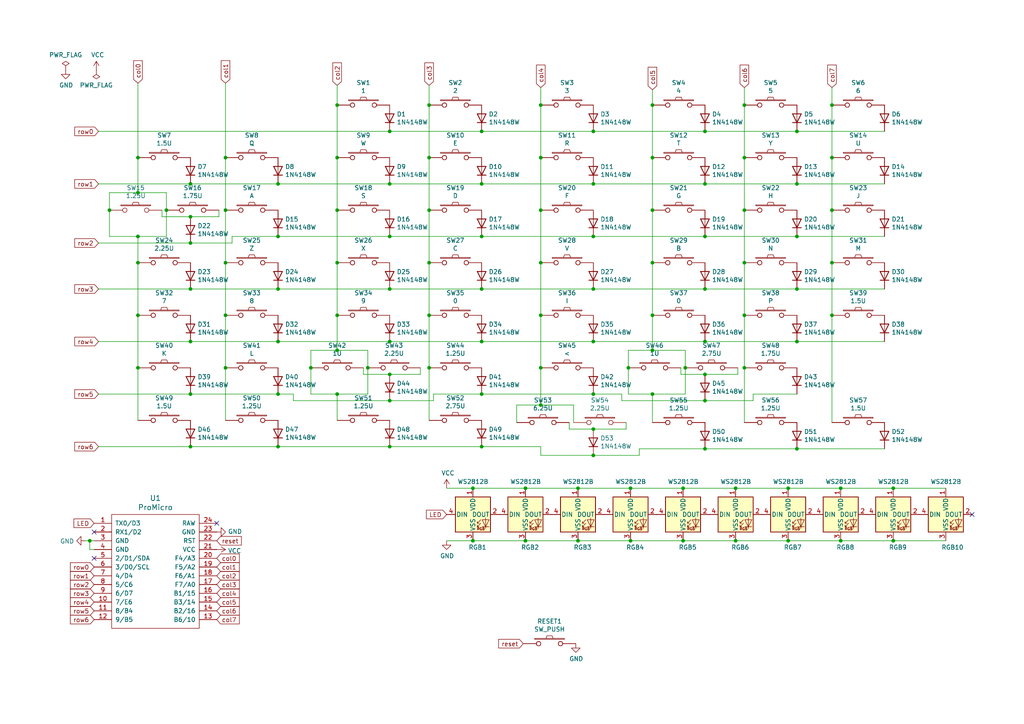
<source format=kicad_sch>
(kicad_sch (version 20230121) (generator eeschema)
  (paper "A4")
  (title_block (title "REVIUNG53") (date "2021-11-10") (rev "1"))
  (junction (at 198.12 141.605))
  (junction (at 26.035 156.845))
  (junction (at 55.245 62.865))
  (junction (at 243.84 141.605))
  (junction (at 189.23 45.72))
  (junction (at 172.085 132.08))
  (junction (at 259.08 156.845))
  (junction (at 113.03 38.1))
  (junction (at 241.3 76.2))
  (junction (at 97.79 30.48))
  (junction (at 124.46 45.72))
  (junction (at 228.6 141.605))
  (junction (at 113.03 53.34))
  (junction (at 124.46 76.2))
  (junction (at 172.085 38.1))
  (junction (at 189.23 91.44))
  (junction (at 80.645 53.34))
  (junction (at 55.245 99.06))
  (junction (at 139.7 83.82))
  (junction (at 215.9 60.96))
  (junction (at 97.79 45.72))
  (junction (at 167.64 141.605))
  (junction (at 241.3 30.48))
  (junction (at 243.84 156.845))
  (junction (at 259.08 141.605))
  (junction (at 198.12 156.845))
  (junction (at 139.7 68.58))
  (junction (at 97.79 114.3))
  (junction (at 139.7 53.34))
  (junction (at 65.405 60.96))
  (junction (at 241.3 45.72))
  (junction (at 156.845 30.48))
  (junction (at 204.47 130.175))
  (junction (at 215.9 91.44))
  (junction (at 65.405 45.72))
  (junction (at 113.03 83.82))
  (junction (at 189.23 101.6))
  (junction (at 55.245 70.485))
  (junction (at 231.14 38.1))
  (junction (at 241.3 60.96))
  (junction (at 172.085 124.46))
  (junction (at 189.23 60.96))
  (junction (at 124.46 30.48))
  (junction (at 40.005 91.44))
  (junction (at 55.245 114.3))
  (junction (at 80.645 99.06))
  (junction (at 90.17 106.68))
  (junction (at 204.47 68.58))
  (junction (at 204.47 83.82))
  (junction (at 215.9 106.68))
  (junction (at 152.4 156.845))
  (junction (at 241.3 91.44))
  (junction (at 213.36 141.605))
  (junction (at 40.005 45.72))
  (junction (at 204.47 108.585))
  (junction (at 204.47 116.205))
  (junction (at 106.68 106.68))
  (junction (at 182.88 156.845))
  (junction (at 215.9 30.48))
  (junction (at 156.845 45.72))
  (junction (at 55.245 53.34))
  (junction (at 139.7 38.1))
  (junction (at 97.79 101.6))
  (junction (at 172.085 83.82))
  (junction (at 55.245 83.82))
  (junction (at 139.7 129.54))
  (junction (at 40.005 55.88))
  (junction (at 31.75 60.96))
  (junction (at 231.14 68.58))
  (junction (at 80.645 83.82))
  (junction (at 156.845 117.475))
  (junction (at 204.47 38.1))
  (junction (at 156.845 60.96))
  (junction (at 204.47 99.06))
  (junction (at 124.46 60.96))
  (junction (at 167.64 156.845))
  (junction (at 40.005 76.2))
  (junction (at 97.79 91.44))
  (junction (at 156.845 106.68))
  (junction (at 189.23 76.2))
  (junction (at 97.79 60.96))
  (junction (at 172.085 53.34))
  (junction (at 213.36 156.845))
  (junction (at 113.03 108.585))
  (junction (at 137.16 141.605))
  (junction (at 113.03 116.205))
  (junction (at 113.03 68.58))
  (junction (at 124.46 106.68))
  (junction (at 182.245 106.68))
  (junction (at 231.14 130.175))
  (junction (at 231.14 99.06))
  (junction (at 231.14 83.82))
  (junction (at 189.23 30.48))
  (junction (at 80.645 68.58))
  (junction (at 231.14 53.34))
  (junction (at 215.9 45.72))
  (junction (at 204.47 53.34))
  (junction (at 97.79 76.2))
  (junction (at 40.005 68.58))
  (junction (at 156.845 76.2))
  (junction (at 137.16 156.845))
  (junction (at 215.9 76.2))
  (junction (at 152.4 141.605))
  (junction (at 65.405 106.68))
  (junction (at 139.7 114.3))
  (junction (at 113.03 99.06))
  (junction (at 189.23 114.3))
  (junction (at 55.245 129.54))
  (junction (at 113.03 129.54))
  (junction (at 40.005 106.68))
  (junction (at 65.405 76.2))
  (junction (at 182.88 141.605))
  (junction (at 80.645 129.54))
  (junction (at 198.755 106.68))
  (junction (at 48.26 60.96))
  (junction (at 172.085 99.06))
  (junction (at 172.085 68.58))
  (junction (at 139.7 99.06))
  (junction (at 172.085 114.3))
  (junction (at 65.405 91.44))
  (junction (at 124.46 91.44))
  (junction (at 228.6 156.845))
  (junction (at 80.645 114.3))
  (junction (at 156.845 91.44))
  (no_connect (at 281.94 149.225))
  (no_connect (at 62.865 151.765))
  (no_connect (at 27.305 154.305))
  (no_connect (at 27.305 161.925))
  (wire (pts (xy 27.305 159.385) (xy 26.035 159.385)))
  (wire (pts (xy 228.6 141.605) (xy 243.84 141.605)))
  (wire (pts (xy 121.92 106.68) (xy 121.92 108.585)))
  (wire (pts (xy 113.03 53.34) (xy 80.645 53.34)))
  (wire (pts (xy 26.035 159.385) (xy 26.035 156.845)))
  (wire (pts (xy 106.68 101.6) (xy 106.68 106.68)))
  (wire (pts (xy 241.3 25.4) (xy 241.3 30.48)))
  (wire (pts (xy 204.47 130.175) (xy 185.42 130.175)))
  (wire (pts (xy 231.14 68.58) (xy 204.47 68.58)))
  (wire (pts (xy 67.31 70.485) (xy 55.245 70.485)))
  (wire (pts (xy 106.68 114.3) (xy 97.79 114.3)))
  (wire (pts (xy 125.73 116.205) (xy 113.03 116.205)))
  (wire (pts (xy 180.34 116.205) (xy 180.34 114.3)))
  (wire (pts (xy 80.645 53.34) (xy 55.245 53.34)))
  (wire (pts (xy 31.75 68.58) (xy 40.005 68.58)))
  (wire (pts (xy 241.3 30.48) (xy 241.3 45.72)))
  (wire (pts (xy 259.08 156.845) (xy 243.84 156.845)))
  (wire (pts (xy 139.7 68.58) (xy 113.03 68.58)))
  (wire (pts (xy 165.1 124.46) (xy 172.085 124.46)))
  (wire (pts (xy 97.79 30.48) (xy 97.79 45.72)))
  (wire (pts (xy 139.7 53.34) (xy 172.085 53.34)))
  (wire (pts (xy 90.17 106.68) (xy 90.17 114.3)))
  (wire (pts (xy 198.12 141.605) (xy 213.36 141.605)))
  (wire (pts (xy 189.23 91.44) (xy 189.23 101.6)))
  (wire (pts (xy 152.4 156.845) (xy 137.16 156.845)))
  (wire (pts (xy 137.16 141.605) (xy 152.4 141.605)))
  (wire (pts (xy 189.23 60.96) (xy 189.23 76.2)))
  (wire (pts (xy 67.31 68.58) (xy 67.31 70.485)))
  (wire (pts (xy 124.46 45.72) (xy 124.46 60.96)))
  (wire (pts (xy 113.03 99.06) (xy 139.7 99.06)))
  (wire (pts (xy 80.645 114.3) (xy 55.245 114.3)))
  (wire (pts (xy 228.6 156.845) (xy 213.36 156.845)))
  (wire (pts (xy 204.47 99.06) (xy 172.085 99.06)))
  (wire (pts (xy 172.085 132.08) (xy 156.845 132.08)))
  (wire (pts (xy 204.47 53.34) (xy 172.085 53.34)))
  (wire (pts (xy 80.645 83.82) (xy 55.245 83.82)))
  (wire (pts (xy 189.23 26.035) (xy 189.23 30.48)))
  (wire (pts (xy 165.1 122.555) (xy 165.1 124.46)))
  (wire (pts (xy 48.26 60.96) (xy 48.26 68.58)))
  (wire (pts (xy 274.32 156.845) (xy 259.08 156.845)))
  (wire (pts (xy 97.79 114.3) (xy 90.17 114.3)))
  (wire (pts (xy 156.845 25.4) (xy 156.845 30.48)))
  (wire (pts (xy 40.005 45.72) (xy 40.005 55.88)))
  (wire (pts (xy 197.485 108.585) (xy 204.47 108.585)))
  (wire (pts (xy 243.84 141.605) (xy 259.08 141.605)))
  (wire (pts (xy 97.79 45.72) (xy 97.79 60.96)))
  (wire (pts (xy 55.245 62.865) (xy 63.5 62.865)))
  (wire (pts (xy 189.23 76.2) (xy 189.23 91.44)))
  (wire (pts (xy 231.14 83.82) (xy 204.47 83.82)))
  (wire (pts (xy 215.9 25.4) (xy 215.9 30.48)))
  (wire (pts (xy 156.845 129.54) (xy 139.7 129.54)))
  (wire (pts (xy 182.245 114.3) (xy 189.23 114.3)))
  (wire (pts (xy 231.14 99.06) (xy 204.47 99.06)))
  (wire (pts (xy 139.7 38.1) (xy 113.03 38.1)))
  (wire (pts (xy 156.845 30.48) (xy 156.845 45.72)))
  (wire (pts (xy 241.3 76.2) (xy 241.3 91.44)))
  (wire (pts (xy 181.61 124.46) (xy 181.61 122.555)))
  (wire (pts (xy 80.645 129.54) (xy 55.245 129.54)))
  (wire (pts (xy 204.47 38.1) (xy 172.085 38.1)))
  (wire (pts (xy 55.245 129.54) (xy 28.575 129.54)))
  (wire (pts (xy 156.845 91.44) (xy 156.845 106.68)))
  (wire (pts (xy 182.245 101.6) (xy 189.23 101.6)))
  (wire (pts (xy 241.3 91.44) (xy 241.3 122.555)))
  (wire (pts (xy 124.46 91.44) (xy 124.46 106.68)))
  (wire (pts (xy 40.005 91.44) (xy 40.005 106.68)))
  (wire (pts (xy 198.755 106.68) (xy 198.755 114.3)))
  (wire (pts (xy 156.845 76.2) (xy 156.845 91.44)))
  (wire (pts (xy 46.99 60.96) (xy 46.99 62.865)))
  (wire (pts (xy 121.92 108.585) (xy 113.03 108.585)))
  (wire (pts (xy 97.79 101.6) (xy 106.68 101.6)))
  (wire (pts (xy 63.5 62.865) (xy 63.5 60.96)))
  (wire (pts (xy 172.085 124.46) (xy 181.61 124.46)))
  (wire (pts (xy 172.085 68.58) (xy 139.7 68.58)))
  (wire (pts (xy 48.26 55.88) (xy 48.26 60.96)))
  (wire (pts (xy 40.005 45.72) (xy 40.005 24.13)))
  (wire (pts (xy 256.54 53.34) (xy 231.14 53.34)))
  (wire (pts (xy 90.17 101.6) (xy 97.79 101.6)))
  (wire (pts (xy 215.9 30.48) (xy 215.9 45.72)))
  (wire (pts (xy 215.9 60.96) (xy 215.9 76.2)))
  (wire (pts (xy 167.64 156.845) (xy 152.4 156.845)))
  (wire (pts (xy 65.405 60.96) (xy 65.405 76.2)))
  (wire (pts (xy 149.86 117.475) (xy 149.86 122.555)))
  (wire (pts (xy 218.44 116.205) (xy 204.47 116.205)))
  (wire (pts (xy 85.09 114.3) (xy 80.645 114.3)))
  (wire (pts (xy 65.405 106.68) (xy 65.405 121.92)))
  (wire (pts (xy 65.405 76.2) (xy 65.405 91.44)))
  (wire (pts (xy 213.995 106.68) (xy 213.995 108.585)))
  (wire (pts (xy 105.41 108.585) (xy 113.03 108.585)))
  (wire (pts (xy 185.42 132.08) (xy 172.085 132.08)))
  (wire (pts (xy 172.085 38.1) (xy 139.7 38.1)))
  (wire (pts (xy 113.03 129.54) (xy 80.645 129.54)))
  (wire (pts (xy 55.245 99.06) (xy 28.575 99.06)))
  (wire (pts (xy 259.08 141.605) (xy 274.32 141.605)))
  (wire (pts (xy 189.23 45.72) (xy 189.23 60.96)))
  (wire (pts (xy 105.41 106.68) (xy 105.41 108.585)))
  (wire (pts (xy 40.005 55.88) (xy 48.26 55.88)))
  (wire (pts (xy 241.3 45.72) (xy 241.3 60.96)))
  (wire (pts (xy 213.36 141.605) (xy 228.6 141.605)))
  (wire (pts (xy 231.14 53.34) (xy 204.47 53.34)))
  (wire (pts (xy 125.73 114.3) (xy 125.73 116.205)))
  (wire (pts (xy 215.9 45.72) (xy 215.9 60.96)))
  (wire (pts (xy 256.54 99.06) (xy 231.14 99.06)))
  (wire (pts (xy 124.46 24.765) (xy 124.46 30.48)))
  (wire (pts (xy 65.405 24.13) (xy 65.405 45.72)))
  (wire (pts (xy 55.245 114.3) (xy 28.575 114.3)))
  (wire (pts (xy 40.005 106.68) (xy 40.005 121.92)))
  (wire (pts (xy 182.88 156.845) (xy 167.64 156.845)))
  (wire (pts (xy 97.79 114.3) (xy 97.79 121.92)))
  (wire (pts (xy 106.68 106.68) (xy 106.68 114.3)))
  (wire (pts (xy 182.245 106.68) (xy 182.245 114.3)))
  (wire (pts (xy 231.14 38.1) (xy 204.47 38.1)))
  (wire (pts (xy 256.54 68.58) (xy 231.14 68.58)))
  (wire (pts (xy 156.845 132.08) (xy 156.845 129.54)))
  (wire (pts (xy 80.645 99.06) (xy 55.245 99.06)))
  (wire (pts (xy 215.9 76.2) (xy 215.9 91.44)))
  (wire (pts (xy 139.7 114.3) (xy 125.73 114.3)))
  (wire (pts (xy 215.9 91.44) (xy 215.9 106.68)))
  (wire (pts (xy 166.37 122.555) (xy 166.37 117.475)))
  (wire (pts (xy 113.03 38.1) (xy 28.575 38.1)))
  (wire (pts (xy 55.245 83.82) (xy 28.575 83.82)))
  (wire (pts (xy 124.46 60.96) (xy 124.46 76.2)))
  (wire (pts (xy 180.34 114.3) (xy 172.085 114.3)))
  (wire (pts (xy 97.79 24.765) (xy 97.79 30.48)))
  (wire (pts (xy 40.005 76.2) (xy 40.005 91.44)))
  (wire (pts (xy 124.46 76.2) (xy 124.46 91.44)))
  (wire (pts (xy 124.46 30.48) (xy 124.46 45.72)))
  (wire (pts (xy 256.54 83.82) (xy 231.14 83.82)))
  (wire (pts (xy 198.12 156.845) (xy 182.88 156.845)))
  (wire (pts (xy 167.64 141.605) (xy 182.88 141.605)))
  (wire (pts (xy 156.845 60.96) (xy 156.845 76.2)))
  (wire (pts (xy 204.47 83.82) (xy 172.085 83.82)))
  (wire (pts (xy 26.035 156.845) (xy 24.765 156.845)))
  (wire (pts (xy 197.485 106.68) (xy 197.485 108.585)))
  (wire (pts (xy 182.245 101.6) (xy 182.245 106.68)))
  (wire (pts (xy 139.7 129.54) (xy 113.03 129.54)))
  (wire (pts (xy 137.16 156.845) (xy 129.54 156.845)))
  (wire (pts (xy 198.755 101.6) (xy 198.755 106.68)))
  (wire (pts (xy 189.23 114.3) (xy 189.23 122.555)))
  (wire (pts (xy 113.03 53.34) (xy 139.7 53.34)))
  (wire (pts (xy 231.14 114.3) (xy 218.44 114.3)))
  (wire (pts (xy 55.245 53.34) (xy 28.575 53.34)))
  (wire (pts (xy 172.085 99.06) (xy 139.7 99.06)))
  (wire (pts (xy 215.9 106.68) (xy 215.9 122.555)))
  (wire (pts (xy 80.645 99.06) (xy 113.03 99.06)))
  (wire (pts (xy 182.88 141.605) (xy 198.12 141.605)))
  (wire (pts (xy 185.42 130.175) (xy 185.42 132.08)))
  (wire (pts (xy 152.4 141.605) (xy 167.64 141.605)))
  (wire (pts (xy 65.405 91.44) (xy 65.405 106.68)))
  (wire (pts (xy 204.47 108.585) (xy 213.995 108.585)))
  (wire (pts (xy 31.75 60.96) (xy 31.75 68.58)))
  (wire (pts (xy 46.99 62.865) (xy 55.245 62.865)))
  (wire (pts (xy 90.17 101.6) (xy 90.17 106.68)))
  (wire (pts (xy 218.44 114.3) (xy 218.44 116.205)))
  (wire (pts (xy 149.86 117.475) (xy 156.845 117.475)))
  (wire (pts (xy 113.03 116.205) (xy 85.09 116.205)))
  (wire (pts (xy 85.09 116.205) (xy 85.09 114.3)))
  (wire (pts (xy 156.845 45.72) (xy 156.845 60.96)))
  (wire (pts (xy 124.46 106.68) (xy 124.46 121.92)))
  (wire (pts (xy 31.75 55.88) (xy 40.005 55.88)))
  (wire (pts (xy 213.36 156.845) (xy 198.12 156.845)))
  (wire (pts (xy 113.03 83.82) (xy 80.645 83.82)))
  (wire (pts (xy 129.54 141.605) (xy 137.16 141.605)))
  (wire (pts (xy 97.79 76.2) (xy 97.79 91.44)))
  (wire (pts (xy 256.54 130.175) (xy 231.14 130.175)))
  (wire (pts (xy 172.085 114.3) (xy 139.7 114.3)))
  (wire (pts (xy 243.84 156.845) (xy 228.6 156.845)))
  (wire (pts (xy 241.3 60.96) (xy 241.3 76.2)))
  (wire (pts (xy 113.03 68.58) (xy 80.645 68.58)))
  (wire (pts (xy 65.405 45.72) (xy 65.405 60.96)))
  (wire (pts (xy 204.47 68.58) (xy 172.085 68.58)))
  (wire (pts (xy 139.7 83.82) (xy 113.03 83.82)))
  (wire (pts (xy 97.79 91.44) (xy 97.79 101.6)))
  (wire (pts (xy 156.845 106.68) (xy 156.845 117.475)))
  (wire (pts (xy 97.79 60.96) (xy 97.79 76.2)))
  (wire (pts (xy 172.085 83.82) (xy 139.7 83.82)))
  (wire (pts (xy 231.14 130.175) (xy 204.47 130.175)))
  (wire (pts (xy 156.845 117.475) (xy 166.37 117.475)))
  (wire (pts (xy 27.305 156.845) (xy 26.035 156.845)))
  (wire (pts (xy 80.645 68.58) (xy 67.31 68.58)))
  (wire (pts (xy 55.245 70.485) (xy 28.575 70.485)))
  (wire (pts (xy 256.54 38.1) (xy 231.14 38.1)))
  (wire (pts (xy 204.47 116.205) (xy 180.34 116.205)))
  (wire (pts (xy 40.005 68.58) (xy 40.005 76.2)))
  (wire (pts (xy 48.26 68.58) (xy 40.005 68.58)))
  (wire (pts (xy 189.23 101.6) (xy 198.755 101.6)))
  (wire (pts (xy 198.755 114.3) (xy 189.23 114.3)))
  (wire (pts (xy 31.75 60.96) (xy 31.75 55.88)))
  (wire (pts (xy 189.23 30.48) (xy 189.23 45.72)))
  (global_label "col6" (shape input) (at 62.865 177.165 0) (property "Intersheetrefs" "${INTERSHEET_REFS}" (effects hide)))
  (global_label "col0" (shape input) (at 62.865 161.925 0) (property "Intersheetrefs" "${INTERSHEET_REFS}" (effects hide)))
  (global_label "col2" (shape input) (at 62.865 167.005 0) (property "Intersheetrefs" "${INTERSHEET_REFS}" (effects hide)))
  (global_label "col5" (shape input) (at 62.865 174.625 0) (property "Intersheetrefs" "${INTERSHEET_REFS}" (effects hide)))
  (global_label "LED" (shape input) (at 27.305 151.765 180) (property "Intersheetrefs" "${INTERSHEET_REFS}" (effects hide)))
  (global_label "col1" (shape input) (at 65.405 24.13 90) (property "Intersheetrefs" "${INTERSHEET_REFS}" (effects hide)))
  (global_label "col4" (shape input) (at 62.865 172.085 0) (property "Intersheetrefs" "${INTERSHEET_REFS}" (effects hide)))
  (global_label "row6" (shape input) (at 27.305 179.705 180) (property "Intersheetrefs" "${INTERSHEET_REFS}" (effects hide)))
  (global_label "col2" (shape input) (at 97.79 24.765 90) (property "Intersheetrefs" "${INTERSHEET_REFS}" (effects hide)))
  (global_label "row0" (shape input) (at 27.305 164.465 180) (property "Intersheetrefs" "${INTERSHEET_REFS}" (effects hide)))
  (global_label "col1" (shape input) (at 62.865 164.465 0) (property "Intersheetrefs" "${INTERSHEET_REFS}" (effects hide)))
  (global_label "row2" (shape input) (at 27.305 169.545 180) (property "Intersheetrefs" "${INTERSHEET_REFS}" (effects hide)))
  (global_label "row0" (shape input) (at 28.575 38.1 180) (property "Intersheetrefs" "${INTERSHEET_REFS}" (effects hide)))
  (global_label "reset" (shape input) (at 151.765 186.69 180) (property "Intersheetrefs" "${INTERSHEET_REFS}" (effects hide)))
  (global_label "col3" (shape input) (at 62.865 169.545 0) (property "Intersheetrefs" "${INTERSHEET_REFS}" (effects hide)))
  (global_label "col3" (shape input) (at 124.46 24.765 90) (property "Intersheetrefs" "${INTERSHEET_REFS}" (effects hide)))
  (global_label "row5" (shape input) (at 28.575 114.3 180) (property "Intersheetrefs" "${INTERSHEET_REFS}" (effects hide)))
  (global_label "row2" (shape input) (at 28.575 70.485 180) (property "Intersheetrefs" "${INTERSHEET_REFS}" (effects hide)))
  (global_label "col4" (shape input) (at 156.845 25.4 90) (property "Intersheetrefs" "${INTERSHEET_REFS}" (effects hide)))
  (global_label "row3" (shape input) (at 27.305 172.085 180) (property "Intersheetrefs" "${INTERSHEET_REFS}" (effects hide)))
  (global_label "row1" (shape input) (at 28.575 53.34 180) (property "Intersheetrefs" "${INTERSHEET_REFS}" (effects hide)))
  (global_label "row4" (shape input) (at 27.305 174.625 180) (property "Intersheetrefs" "${INTERSHEET_REFS}" (effects hide)))
  (global_label "row3" (shape input) (at 28.575 83.82 180) (property "Intersheetrefs" "${INTERSHEET_REFS}" (effects hide)))
  (global_label "col0" (shape input) (at 40.005 24.13 90) (property "Intersheetrefs" "${INTERSHEET_REFS}" (effects hide)))
  (global_label "row6" (shape input) (at 28.575 129.54 180) (property "Intersheetrefs" "${INTERSHEET_REFS}" (effects hide)))
  (global_label "col7" (shape input) (at 241.3 25.4 90) (property "Intersheetrefs" "${INTERSHEET_REFS}" (effects hide)))
  (global_label "reset" (shape input) (at 62.865 156.845 0) (property "Intersheetrefs" "${INTERSHEET_REFS}" (effects hide)))
  (global_label "col6" (shape input) (at 215.9 25.4 90) (property "Intersheetrefs" "${INTERSHEET_REFS}" (effects hide)))
  (global_label "LED" (shape input) (at 129.54 149.225 180) (property "Intersheetrefs" "${INTERSHEET_REFS}" (effects hide)))
  (global_label "row5" (shape input) (at 27.305 177.165 180) (property "Intersheetrefs" "${INTERSHEET_REFS}" (effects hide)))
  (global_label "row4" (shape input) (at 28.575 99.06 180) (property "Intersheetrefs" "${INTERSHEET_REFS}" (effects hide)))
  (global_label "col7" (shape input) (at 62.865 179.705 0) (property "Intersheetrefs" "${INTERSHEET_REFS}" (effects hide)))
  (global_label "col5" (shape input) (at 189.23 26.035 90) (property "Intersheetrefs" "${INTERSHEET_REFS}" (effects hide)))
  (global_label "row1" (shape input) (at 27.305 167.005 180) (property "Intersheetrefs" "${INTERSHEET_REFS}" (effects hide)))
  (symbol (lib_id "power:PWR_FLAG") (at 19.05 20.32 0) (unit 1)
    (property "Reference" "#FLG01" (effects hide))
    (property "Value" "PWR_FLAG" (at 19.05 15.9258 0))
  )
  (symbol (lib_id "power:GND") (at 19.05 20.32 0) (unit 1)
    (property "Reference" "#PWR01" (effects hide))
    (property "Value" "GND" (at 19.177 24.7142 0))
  )
  (symbol (lib_id "power:PWR_FLAG") (at 27.94 20.32 180) (unit 1)
    (property "Reference" "#FLG02" (effects hide))
    (property "Value" "PWR_FLAG" (at 27.94 24.7142 0))
  )
  (symbol (lib_id "power:VCC") (at 27.94 20.32 0) (unit 1)
    (property "Reference" "#PWR02" (effects hide))
    (property "Value" "VCC" (at 28.321 15.9258 0))
  )
  (symbol (lib_id "reviung53-rescue:ProMicro-_reviung-kbd") (at 45.085 170.815 0) (unit 1)
    (property "Reference" "U1" (at 45.085 144.4752 0) (effects (font (size 1.524 1.524))))
    (property "Value" "ProMicro" (at 45.085 147.1676 0) (effects (font (size 1.524 1.524))))
    (property "Footprint" "_reviung-kbd:ProMicro" (effects hide))
  )
  (symbol (lib_id "power:GND") (at 62.865 154.305 90) (unit 1)
    (property "Reference" "#PWR05" (effects hide))
    (property "Value" "GND" (at 66.1162 154.178 90) (effects (justify right)))
  )
  (symbol (lib_id "power:VCC") (at 62.865 159.385 270) (unit 1)
    (property "Reference" "#PWR08" (effects hide))
    (property "Value" "VCC" (at 66.1162 159.766 90) (effects (justify left)))
  )
  (symbol (lib_id "power:GND") (at 24.765 156.845 270) (unit 1)
    (property "Reference" "#PWR06" (effects hide))
    (property "Value" "GND" (at 21.5138 156.972 90) (effects (justify right)))
  )
  (symbol (lib_id "reviung53-rescue:SW_PUSH-_reviung-kbd") (at 39.37 60.96 0) (unit 1)
    (property "Reference" "SW15" (at 39.37 54.483 0))
    (property "Value" "1.25U" (at 39.37 56.7944 0))
    (property "Footprint" "_reviung-kbd:MXOnly-1.25U-Hotswap" (effects hide))
  )
  (symbol (lib_id "Diode:1N4148W") (at 55.245 66.675 90) (unit 1)
    (property "Reference" "D22" (at 57.277 65.5066 90) (effects (justify right)))
    (property "Value" "1N4148W" (at 57.277 67.818 90) (effects (justify right)))
    (property "Footprint" "_reviung-kbd:D3_SMD_1side" (effects hide))
    (property "Datasheet" "https://www.vishay.com/docs/85748/1n4148w.pdf" (effects hide))
  )
  (symbol (lib_id "reviung53-rescue:SW_PUSH-_reviung-kbd") (at 105.41 30.48 0) (unit 1)
    (property "Reference" "SW1" (at 105.41 24.003 0))
    (property "Value" "1" (at 105.41 26.3144 0))
    (property "Footprint" "_reviung-kbd:MXOnly-1U-Hotswap" (effects hide))
  )
  (symbol (lib_id "Diode:1N4148W") (at 113.03 34.29 90) (unit 1)
    (property "Reference" "D1" (at 115.062 33.1216 90) (effects (justify right)))
    (property "Value" "1N4148W" (at 115.062 35.433 90) (effects (justify right)))
    (property "Footprint" "_reviung-kbd:D3_SMD_1side" (effects hide))
    (property "Datasheet" "https://www.vishay.com/docs/85748/1n4148w.pdf" (effects hide))
  )
  (symbol (lib_id "reviung53-rescue:SW_PUSH-_reviung-kbd") (at 132.08 30.48 0) (unit 1)
    (property "Reference" "SW2" (at 132.08 24.003 0))
    (property "Value" "2" (at 132.08 26.3144 0))
    (property "Footprint" "_reviung-kbd:MXOnly-1U-Hotswap" (effects hide))
  )
  (symbol (lib_id "Diode:1N4148W") (at 139.7 34.29 90) (unit 1)
    (property "Reference" "D2" (at 141.732 33.1216 90) (effects (justify right)))
    (property "Value" "1N4148W" (at 141.732 35.433 90) (effects (justify right)))
    (property "Footprint" "_reviung-kbd:D3_SMD_1side" (effects hide))
    (property "Datasheet" "https://www.vishay.com/docs/85748/1n4148w.pdf" (effects hide))
  )
  (symbol (lib_id "reviung53-rescue:SW_PUSH-_reviung-kbd") (at 164.465 30.48 0) (unit 1)
    (property "Reference" "SW3" (at 164.465 24.003 0))
    (property "Value" "3" (at 164.465 26.3144 0))
    (property "Footprint" "_reviung-kbd:MXOnly-1U-Hotswap" (effects hide))
  )
  (symbol (lib_id "Diode:1N4148W") (at 172.085 34.29 90) (unit 1)
    (property "Reference" "D3" (at 174.117 33.1216 90) (effects (justify right)))
    (property "Value" "1N4148W" (at 174.117 35.433 90) (effects (justify right)))
    (property "Footprint" "_reviung-kbd:D3_SMD_1side" (effects hide))
    (property "Datasheet" "https://www.vishay.com/docs/85748/1n4148w.pdf" (effects hide))
  )
  (symbol (lib_id "reviung53-rescue:SW_PUSH-_reviung-kbd") (at 196.85 30.48 0) (unit 1)
    (property "Reference" "SW4" (at 196.85 24.003 0))
    (property "Value" "4" (at 196.85 26.3144 0))
    (property "Footprint" "_reviung-kbd:MXOnly-1U-Hotswap" (effects hide))
  )
  (symbol (lib_id "Diode:1N4148W") (at 204.47 34.29 90) (unit 1)
    (property "Reference" "D4" (at 206.502 33.1216 90) (effects (justify right)))
    (property "Value" "1N4148W" (at 206.502 35.433 90) (effects (justify right)))
    (property "Footprint" "_reviung-kbd:D3_SMD_1side" (effects hide))
    (property "Datasheet" "https://www.vishay.com/docs/85748/1n4148w.pdf" (effects hide))
  )
  (symbol (lib_id "reviung53-rescue:SW_PUSH-_reviung-kbd") (at 223.52 30.48 0) (unit 1)
    (property "Reference" "SW5" (at 223.52 24.003 0))
    (property "Value" "5" (at 223.52 26.3144 0))
    (property "Footprint" "_reviung-kbd:MXOnly-1U-Hotswap" (effects hide))
  )
  (symbol (lib_id "Diode:1N4148W") (at 231.14 34.29 90) (unit 1)
    (property "Reference" "D5" (at 233.172 33.1216 90) (effects (justify right)))
    (property "Value" "1N4148W" (at 233.172 35.433 90) (effects (justify right)))
    (property "Footprint" "_reviung-kbd:D3_SMD_1side" (effects hide))
    (property "Datasheet" "https://www.vishay.com/docs/85748/1n4148w.pdf" (effects hide))
  )
  (symbol (lib_id "reviung53-rescue:SW_PUSH-_reviung-kbd") (at 248.92 30.48 0) (unit 1)
    (property "Reference" "SW6" (at 248.92 24.003 0))
    (property "Value" "6" (at 248.92 26.3144 0))
    (property "Footprint" "_reviung-kbd:MXOnly-1U-Hotswap" (effects hide))
  )
  (symbol (lib_id "Diode:1N4148W") (at 256.54 34.29 90) (unit 1)
    (property "Reference" "D6" (at 258.572 33.1216 90) (effects (justify right)))
    (property "Value" "1N4148W" (at 258.572 35.433 90) (effects (justify right)))
    (property "Footprint" "_reviung-kbd:D3_SMD_1side" (effects hide))
    (property "Datasheet" "https://www.vishay.com/docs/85748/1n4148w.pdf" (effects hide))
  )
  (symbol (lib_id "reviung53-rescue:SW_PUSH-_reviung-kbd") (at 47.625 45.72 0) (unit 1)
    (property "Reference" "SW7" (at 47.625 39.243 0))
    (property "Value" "1.5U" (at 47.625 41.5544 0))
    (property "Footprint" "_reviung-kbd:MXOnly-1.5U-Hotswap" (effects hide))
  )
  (symbol (lib_id "Diode:1N4148W") (at 55.245 49.53 90) (unit 1)
    (property "Reference" "D7" (at 57.277 48.3616 90) (effects (justify right)))
    (property "Value" "1N4148W" (at 57.277 50.673 90) (effects (justify right)))
    (property "Footprint" "_reviung-kbd:D3_SMD_1side" (effects hide))
    (property "Datasheet" "https://www.vishay.com/docs/85748/1n4148w.pdf" (effects hide))
  )
  (symbol (lib_id "reviung53-rescue:SW_PUSH-_reviung-kbd") (at 73.025 45.72 0) (unit 1)
    (property "Reference" "SW8" (at 73.025 39.243 0))
    (property "Value" "Q" (at 73.025 41.5544 0))
    (property "Footprint" "_reviung-kbd:MXOnly-1U-Hotswap" (effects hide))
  )
  (symbol (lib_id "Diode:1N4148W") (at 80.645 49.53 90) (unit 1)
    (property "Reference" "D8" (at 82.677 48.3616 90) (effects (justify right)))
    (property "Value" "1N4148W" (at 82.677 50.673 90) (effects (justify right)))
    (property "Footprint" "_reviung-kbd:D3_SMD_1side" (effects hide))
    (property "Datasheet" "https://www.vishay.com/docs/85748/1n4148w.pdf" (effects hide))
  )
  (symbol (lib_id "reviung53-rescue:SW_PUSH-_reviung-kbd") (at 105.41 45.72 0) (unit 1)
    (property "Reference" "SW9" (at 105.41 39.243 0))
    (property "Value" "W" (at 105.41 41.5544 0))
    (property "Footprint" "_reviung-kbd:MXOnly-1U-Hotswap" (effects hide))
  )
  (symbol (lib_id "Diode:1N4148W") (at 113.03 49.53 90) (unit 1)
    (property "Reference" "D9" (at 115.062 48.3616 90) (effects (justify right)))
    (property "Value" "1N4148W" (at 115.062 50.673 90) (effects (justify right)))
    (property "Footprint" "_reviung-kbd:D3_SMD_1side" (effects hide))
    (property "Datasheet" "https://www.vishay.com/docs/85748/1n4148w.pdf" (effects hide))
  )
  (symbol (lib_id "reviung53-rescue:SW_PUSH-_reviung-kbd") (at 132.08 45.72 0) (unit 1)
    (property "Reference" "SW10" (at 132.08 39.243 0))
    (property "Value" "E" (at 132.08 41.5544 0))
    (property "Footprint" "_reviung-kbd:MXOnly-1U-Hotswap" (effects hide))
  )
  (symbol (lib_id "Diode:1N4148W") (at 139.7 49.53 90) (unit 1)
    (property "Reference" "D10" (at 141.732 48.3616 90) (effects (justify right)))
    (property "Value" "1N4148W" (at 141.732 50.673 90) (effects (justify right)))
    (property "Footprint" "_reviung-kbd:D3_SMD_1side" (effects hide))
    (property "Datasheet" "https://www.vishay.com/docs/85748/1n4148w.pdf" (effects hide))
  )
  (symbol (lib_id "reviung53-rescue:SW_PUSH-_reviung-kbd") (at 164.465 45.72 0) (unit 1)
    (property "Reference" "SW11" (at 164.465 39.243 0))
    (property "Value" "R" (at 164.465 41.5544 0))
    (property "Footprint" "_reviung-kbd:MXOnly-1U-Hotswap" (effects hide))
  )
  (symbol (lib_id "Diode:1N4148W") (at 172.085 49.53 90) (unit 1)
    (property "Reference" "D11" (at 174.117 48.3616 90) (effects (justify right)))
    (property "Value" "1N4148W" (at 174.117 50.673 90) (effects (justify right)))
    (property "Footprint" "_reviung-kbd:D3_SMD_1side" (effects hide))
    (property "Datasheet" "https://www.vishay.com/docs/85748/1n4148w.pdf" (effects hide))
  )
  (symbol (lib_id "reviung53-rescue:SW_PUSH-_reviung-kbd") (at 196.85 45.72 0) (unit 1)
    (property "Reference" "SW12" (at 196.85 39.243 0))
    (property "Value" "T" (at 196.85 41.5544 0))
    (property "Footprint" "_reviung-kbd:MXOnly-1U-Hotswap" (effects hide))
  )
  (symbol (lib_id "Diode:1N4148W") (at 204.47 49.53 90) (unit 1)
    (property "Reference" "D12" (at 206.502 48.3616 90) (effects (justify right)))
    (property "Value" "1N4148W" (at 206.502 50.673 90) (effects (justify right)))
    (property "Footprint" "_reviung-kbd:D3_SMD_1side" (effects hide))
    (property "Datasheet" "https://www.vishay.com/docs/85748/1n4148w.pdf" (effects hide))
  )
  (symbol (lib_id "reviung53-rescue:SW_PUSH-_reviung-kbd") (at 223.52 45.72 0) (unit 1)
    (property "Reference" "SW13" (at 223.52 39.243 0))
    (property "Value" "Y" (at 223.52 41.5544 0))
    (property "Footprint" "_reviung-kbd:MXOnly-1U-Hotswap" (effects hide))
  )
  (symbol (lib_id "Diode:1N4148W") (at 231.14 49.53 90) (unit 1)
    (property "Reference" "D13" (at 233.172 48.3616 90) (effects (justify right)))
    (property "Value" "1N4148W" (at 233.172 50.673 90) (effects (justify right)))
    (property "Footprint" "_reviung-kbd:D3_SMD_1side" (effects hide))
    (property "Datasheet" "https://www.vishay.com/docs/85748/1n4148w.pdf" (effects hide))
  )
  (symbol (lib_id "reviung53-rescue:SW_PUSH-_reviung-kbd") (at 248.92 45.72 0) (unit 1)
    (property "Reference" "SW14" (at 248.92 39.243 0))
    (property "Value" "U" (at 248.92 41.5544 0))
    (property "Footprint" "_reviung-kbd:MXOnly-1U-Hotswap" (effects hide))
  )
  (symbol (lib_id "Diode:1N4148W") (at 256.54 49.53 90) (unit 1)
    (property "Reference" "D14" (at 258.572 48.3616 90) (effects (justify right)))
    (property "Value" "1N4148W" (at 258.572 50.673 90) (effects (justify right)))
    (property "Footprint" "_reviung-kbd:D3_SMD_1side" (effects hide))
    (property "Datasheet" "https://www.vishay.com/docs/85748/1n4148w.pdf" (effects hide))
  )
  (symbol (lib_id "reviung53-rescue:SW_PUSH-_reviung-kbd") (at 114.3 106.68 0) (unit 1)
    (property "Reference" "SW43" (at 114.3 100.203 0))
    (property "Value" "2.25U" (at 114.3 102.5144 0))
    (property "Footprint" "_reviung-kbd:MXOnly-2.25U-Hotswap-ReversedStabilizers" (effects hide))
  )
  (symbol (lib_id "reviung53-rescue:SW_PUSH-_reviung-kbd") (at 55.88 60.96 0) (unit 1)
    (property "Reference" "SW16" (at 55.88 54.483 0))
    (property "Value" "1.75U" (at 55.88 56.7944 0))
    (property "Footprint" "_reviung-kbd:MXOnly-1.75U-Hotswap" (effects hide))
  )
  (symbol (lib_id "reviung53-rescue:SW_PUSH-_reviung-kbd") (at 73.025 60.96 0) (unit 1)
    (property "Reference" "SW17" (at 73.025 54.483 0))
    (property "Value" "A" (at 73.025 56.7944 0))
    (property "Footprint" "_reviung-kbd:MXOnly-1U-Hotswap" (effects hide))
  )
  (symbol (lib_id "Diode:1N4148W") (at 80.645 64.77 90) (unit 1)
    (property "Reference" "D15" (at 82.677 63.6016 90) (effects (justify right)))
    (property "Value" "1N4148W" (at 82.677 65.913 90) (effects (justify right)))
    (property "Footprint" "_reviung-kbd:D3_SMD_1side" (effects hide))
    (property "Datasheet" "https://www.vishay.com/docs/85748/1n4148w.pdf" (effects hide))
  )
  (symbol (lib_id "reviung53-rescue:SW_PUSH-_reviung-kbd") (at 105.41 60.96 0) (unit 1)
    (property "Reference" "SW18" (at 105.41 54.483 0))
    (property "Value" "S" (at 105.41 56.7944 0))
    (property "Footprint" "_reviung-kbd:MXOnly-1U-Hotswap" (effects hide))
  )
  (symbol (lib_id "Diode:1N4148W") (at 113.03 64.77 90) (unit 1)
    (property "Reference" "D16" (at 115.062 63.6016 90) (effects (justify right)))
    (property "Value" "1N4148W" (at 115.062 65.913 90) (effects (justify right)))
    (property "Footprint" "_reviung-kbd:D3_SMD_1side" (effects hide))
    (property "Datasheet" "https://www.vishay.com/docs/85748/1n4148w.pdf" (effects hide))
  )
  (symbol (lib_id "reviung53-rescue:SW_PUSH-_reviung-kbd") (at 132.08 60.96 0) (unit 1)
    (property "Reference" "SW19" (at 132.08 54.483 0))
    (property "Value" "D" (at 132.08 56.7944 0))
    (property "Footprint" "_reviung-kbd:MXOnly-1U-Hotswap" (effects hide))
  )
  (symbol (lib_id "Diode:1N4148W") (at 139.7 64.77 90) (unit 1)
    (property "Reference" "D17" (at 141.732 63.6016 90) (effects (justify right)))
    (property "Value" "1N4148W" (at 141.732 65.913 90) (effects (justify right)))
    (property "Footprint" "_reviung-kbd:D3_SMD_1side" (effects hide))
    (property "Datasheet" "https://www.vishay.com/docs/85748/1n4148w.pdf" (effects hide))
  )
  (symbol (lib_id "reviung53-rescue:SW_PUSH-_reviung-kbd") (at 164.465 60.96 0) (unit 1)
    (property "Reference" "SW20" (at 164.465 54.483 0))
    (property "Value" "F" (at 164.465 56.7944 0))
    (property "Footprint" "_reviung-kbd:MXOnly-1U-Hotswap" (effects hide))
  )
  (symbol (lib_id "Diode:1N4148W") (at 172.085 64.77 90) (unit 1)
    (property "Reference" "D18" (at 174.117 63.6016 90) (effects (justify right)))
    (property "Value" "1N4148W" (at 174.117 65.913 90) (effects (justify right)))
    (property "Footprint" "_reviung-kbd:D3_SMD_1side" (effects hide))
    (property "Datasheet" "https://www.vishay.com/docs/85748/1n4148w.pdf" (effects hide))
  )
  (symbol (lib_id "reviung53-rescue:SW_PUSH-_reviung-kbd") (at 196.85 60.96 0) (unit 1)
    (property "Reference" "SW21" (at 196.85 54.483 0))
    (property "Value" "G" (at 196.85 56.7944 0))
    (property "Footprint" "_reviung-kbd:MXOnly-1U-Hotswap" (effects hide))
  )
  (symbol (lib_id "Diode:1N4148W") (at 204.47 64.77 90) (unit 1)
    (property "Reference" "D19" (at 206.502 63.6016 90) (effects (justify right)))
    (property "Value" "1N4148W" (at 206.502 65.913 90) (effects (justify right)))
    (property "Footprint" "_reviung-kbd:D3_SMD_1side" (effects hide))
    (property "Datasheet" "https://www.vishay.com/docs/85748/1n4148w.pdf" (effects hide))
  )
  (symbol (lib_id "reviung53-rescue:SW_PUSH-_reviung-kbd") (at 223.52 60.96 0) (unit 1)
    (property "Reference" "SW22" (at 223.52 54.483 0))
    (property "Value" "H" (at 223.52 56.7944 0))
    (property "Footprint" "_reviung-kbd:MXOnly-1U-Hotswap" (effects hide))
  )
  (symbol (lib_id "Diode:1N4148W") (at 231.14 64.77 90) (unit 1)
    (property "Reference" "D20" (at 233.172 63.6016 90) (effects (justify right)))
    (property "Value" "1N4148W" (at 233.172 65.913 90) (effects (justify right)))
    (property "Footprint" "_reviung-kbd:D3_SMD_1side" (effects hide))
    (property "Datasheet" "https://www.vishay.com/docs/85748/1n4148w.pdf" (effects hide))
  )
  (symbol (lib_id "reviung53-rescue:SW_PUSH-_reviung-kbd") (at 248.92 60.96 0) (unit 1)
    (property "Reference" "SW23" (at 248.92 54.483 0))
    (property "Value" "J" (at 248.92 56.7944 0))
    (property "Footprint" "_reviung-kbd:MXOnly-1U-Hotswap" (effects hide))
  )
  (symbol (lib_id "Diode:1N4148W") (at 256.54 64.77 90) (unit 1)
    (property "Reference" "D21" (at 258.572 63.6016 90) (effects (justify right)))
    (property "Value" "1N4148W" (at 258.572 65.913 90) (effects (justify right)))
    (property "Footprint" "_reviung-kbd:D3_SMD_1side" (effects hide))
    (property "Datasheet" "https://www.vishay.com/docs/85748/1n4148w.pdf" (effects hide))
  )
  (symbol (lib_id "reviung53-rescue:SW_PUSH-_reviung-kbd") (at 47.625 76.2 0) (unit 1)
    (property "Reference" "SW24" (at 47.625 69.723 0))
    (property "Value" "2.25U" (at 47.625 72.0344 0))
    (property "Footprint" "_reviung-kbd:MXOnly-2.25U-Hotswap-ReversedStabilizers" (effects hide))
  )
  (symbol (lib_id "Diode:1N4148W") (at 55.245 80.01 90) (unit 1)
    (property "Reference" "D23" (at 57.277 78.8416 90) (effects (justify right)))
    (property "Value" "1N4148W" (at 57.277 81.153 90) (effects (justify right)))
    (property "Footprint" "_reviung-kbd:D3_SMD_1side" (effects hide))
    (property "Datasheet" "https://www.vishay.com/docs/85748/1n4148w.pdf" (effects hide))
  )
  (symbol (lib_id "reviung53-rescue:SW_PUSH-_reviung-kbd") (at 73.025 76.2 0) (unit 1)
    (property "Reference" "SW25" (at 73.025 69.723 0))
    (property "Value" "Z" (at 73.025 72.0344 0))
    (property "Footprint" "_reviung-kbd:MXOnly-1U-Hotswap" (effects hide))
  )
  (symbol (lib_id "Diode:1N4148W") (at 80.645 80.01 90) (unit 1)
    (property "Reference" "D24" (at 82.677 78.8416 90) (effects (justify right)))
    (property "Value" "1N4148W" (at 82.677 81.153 90) (effects (justify right)))
    (property "Footprint" "_reviung-kbd:D3_SMD_1side" (effects hide))
    (property "Datasheet" "https://www.vishay.com/docs/85748/1n4148w.pdf" (effects hide))
  )
  (symbol (lib_id "reviung53-rescue:SW_PUSH-_reviung-kbd") (at 105.41 76.2 0) (unit 1)
    (property "Reference" "SW26" (at 105.41 69.723 0))
    (property "Value" "X" (at 105.41 72.0344 0))
    (property "Footprint" "_reviung-kbd:MXOnly-1U-Hotswap" (effects hide))
  )
  (symbol (lib_id "Diode:1N4148W") (at 113.03 80.01 90) (unit 1)
    (property "Reference" "D25" (at 115.062 78.8416 90) (effects (justify right)))
    (property "Value" "1N4148W" (at 115.062 81.153 90) (effects (justify right)))
    (property "Footprint" "_reviung-kbd:D3_SMD_1side" (effects hide))
    (property "Datasheet" "https://www.vishay.com/docs/85748/1n4148w.pdf" (effects hide))
  )
  (symbol (lib_id "reviung53-rescue:SW_PUSH-_reviung-kbd") (at 132.08 76.2 0) (unit 1)
    (property "Reference" "SW27" (at 132.08 69.723 0))
    (property "Value" "C" (at 132.08 72.0344 0))
    (property "Footprint" "_reviung-kbd:MXOnly-1U-Hotswap" (effects hide))
  )
  (symbol (lib_id "Diode:1N4148W") (at 139.7 80.01 90) (unit 1)
    (property "Reference" "D26" (at 141.732 78.8416 90) (effects (justify right)))
    (property "Value" "1N4148W" (at 141.732 81.153 90) (effects (justify right)))
    (property "Footprint" "_reviung-kbd:D3_SMD_1side" (effects hide))
    (property "Datasheet" "https://www.vishay.com/docs/85748/1n4148w.pdf" (effects hide))
  )
  (symbol (lib_id "reviung53-rescue:SW_PUSH-_reviung-kbd") (at 164.465 76.2 0) (unit 1)
    (property "Reference" "SW28" (at 164.465 69.723 0))
    (property "Value" "V" (at 164.465 72.0344 0))
    (property "Footprint" "_reviung-kbd:MXOnly-1U-Hotswap" (effects hide))
  )
  (symbol (lib_id "Diode:1N4148W") (at 172.085 80.01 90) (unit 1)
    (property "Reference" "D27" (at 174.117 78.8416 90) (effects (justify right)))
    (property "Value" "1N4148W" (at 174.117 81.153 90) (effects (justify right)))
    (property "Footprint" "_reviung-kbd:D3_SMD_1side" (effects hide))
    (property "Datasheet" "https://www.vishay.com/docs/85748/1n4148w.pdf" (effects hide))
  )
  (symbol (lib_id "reviung53-rescue:SW_PUSH-_reviung-kbd") (at 196.85 76.2 0) (unit 1)
    (property "Reference" "SW29" (at 196.85 69.723 0))
    (property "Value" "B" (at 196.85 72.0344 0))
    (property "Footprint" "_reviung-kbd:MXOnly-1U-Hotswap" (effects hide))
  )
  (symbol (lib_id "Diode:1N4148W") (at 204.47 80.01 90) (unit 1)
    (property "Reference" "D28" (at 206.502 78.8416 90) (effects (justify right)))
    (property "Value" "1N4148W" (at 206.502 81.153 90) (effects (justify right)))
    (property "Footprint" "_reviung-kbd:D3_SMD_1side" (effects hide))
    (property "Datasheet" "https://www.vishay.com/docs/85748/1n4148w.pdf" (effects hide))
  )
  (symbol (lib_id "reviung53-rescue:SW_PUSH-_reviung-kbd") (at 223.52 76.2 0) (unit 1)
    (property "Reference" "SW30" (at 223.52 69.723 0))
    (property "Value" "N" (at 223.52 72.0344 0))
    (property "Footprint" "_reviung-kbd:MXOnly-1U-Hotswap" (effects hide))
  )
  (symbol (lib_id "Diode:1N4148W") (at 231.14 80.01 90) (unit 1)
    (property "Reference" "D29" (at 233.172 78.8416 90) (effects (justify right)))
    (property "Value" "1N4148W" (at 233.172 81.153 90) (effects (justify right)))
    (property "Footprint" "_reviung-kbd:D3_SMD_1side" (effects hide))
    (property "Datasheet" "https://www.vishay.com/docs/85748/1n4148w.pdf" (effects hide))
  )
  (symbol (lib_id "reviung53-rescue:SW_PUSH-_reviung-kbd") (at 248.92 76.2 0) (unit 1)
    (property "Reference" "SW31" (at 248.92 69.723 0))
    (property "Value" "M" (at 248.92 72.0344 0))
    (property "Footprint" "_reviung-kbd:MXOnly-1U-Hotswap" (effects hide))
  )
  (symbol (lib_id "Diode:1N4148W") (at 256.54 80.01 90) (unit 1)
    (property "Reference" "D30" (at 258.572 78.8416 90) (effects (justify right)))
    (property "Value" "1N4148W" (at 258.572 81.153 90) (effects (justify right)))
    (property "Footprint" "_reviung-kbd:D3_SMD_1side" (effects hide))
    (property "Datasheet" "https://www.vishay.com/docs/85748/1n4148w.pdf" (effects hide))
  )
  (symbol (lib_id "reviung53-rescue:SW_PUSH-_reviung-kbd") (at 206.375 106.68 0) (unit 1)
    (property "Reference" "SW47" (at 206.375 100.203 0))
    (property "Value" "2.75U" (at 206.375 102.5144 0))
    (property "Footprint" "_reviung-kbd:MXOnly-2.75U-Hotswap-ReversedStabilizers" (effects hide))
  )
  (symbol (lib_id "reviung53-rescue:SW_PUSH-_reviung-kbd") (at 173.99 122.555 0) (unit 1)
    (property "Reference" "SW54" (at 173.99 116.078 0))
    (property "Value" "2.25U" (at 173.99 118.3894 0))
    (property "Footprint" "_reviung-kbd:MXOnly-2.25U-Hotswap" (effects hide))
  )
  (symbol (lib_id "reviung53-rescue:SW_PUSH-_reviung-kbd") (at 47.625 91.44 0) (unit 1)
    (property "Reference" "SW32" (at 47.625 84.963 0))
    (property "Value" "7" (at 47.625 87.2744 0))
    (property "Footprint" "_reviung-kbd:MXOnly-1U-Hotswap" (effects hide))
  )
  (symbol (lib_id "Diode:1N4148W") (at 55.245 95.25 90) (unit 1)
    (property "Reference" "D31" (at 57.277 94.0816 90) (effects (justify right)))
    (property "Value" "1N4148W" (at 57.277 96.393 90) (effects (justify right)))
    (property "Footprint" "_reviung-kbd:D3_SMD_1side" (effects hide))
    (property "Datasheet" "https://www.vishay.com/docs/85748/1n4148w.pdf" (effects hide))
  )
  (symbol (lib_id "reviung53-rescue:SW_PUSH-_reviung-kbd") (at 73.025 91.44 0) (unit 1)
    (property "Reference" "SW33" (at 73.025 84.963 0))
    (property "Value" "8" (at 73.025 87.2744 0))
    (property "Footprint" "_reviung-kbd:MXOnly-1U-Hotswap" (effects hide))
  )
  (symbol (lib_id "Diode:1N4148W") (at 80.645 95.25 90) (unit 1)
    (property "Reference" "D32" (at 82.677 94.0816 90) (effects (justify right)))
    (property "Value" "1N4148W" (at 82.677 96.393 90) (effects (justify right)))
    (property "Footprint" "_reviung-kbd:D3_SMD_1side" (effects hide))
    (property "Datasheet" "https://www.vishay.com/docs/85748/1n4148w.pdf" (effects hide))
  )
  (symbol (lib_id "reviung53-rescue:SW_PUSH-_reviung-kbd") (at 105.41 91.44 0) (unit 1)
    (property "Reference" "SW34" (at 105.41 84.963 0))
    (property "Value" "9" (at 105.41 87.2744 0))
    (property "Footprint" "_reviung-kbd:MXOnly-1U-Hotswap" (effects hide))
  )
  (symbol (lib_id "Diode:1N4148W") (at 113.03 95.25 90) (unit 1)
    (property "Reference" "D33" (at 115.062 94.0816 90) (effects (justify right)))
    (property "Value" "1N4148W" (at 115.062 96.393 90) (effects (justify right)))
    (property "Footprint" "_reviung-kbd:D3_SMD_1side" (effects hide))
    (property "Datasheet" "https://www.vishay.com/docs/85748/1n4148w.pdf" (effects hide))
  )
  (symbol (lib_id "reviung53-rescue:SW_PUSH-_reviung-kbd") (at 132.08 91.44 0) (unit 1)
    (property "Reference" "SW35" (at 132.08 84.963 0))
    (property "Value" "0" (at 132.08 87.2744 0))
    (property "Footprint" "_reviung-kbd:MXOnly-1U-Hotswap" (effects hide))
  )
  (symbol (lib_id "Diode:1N4148W") (at 139.7 95.25 90) (unit 1)
    (property "Reference" "D34" (at 141.732 94.0816 90) (effects (justify right)))
    (property "Value" "1N4148W" (at 141.732 96.393 90) (effects (justify right)))
    (property "Footprint" "_reviung-kbd:D3_SMD_1side" (effects hide))
    (property "Datasheet" "https://www.vishay.com/docs/85748/1n4148w.pdf" (effects hide))
  )
  (symbol (lib_id "reviung53-rescue:SW_PUSH-_reviung-kbd") (at 164.465 91.44 0) (unit 1)
    (property "Reference" "SW36" (at 164.465 84.963 0))
    (property "Value" "I" (at 164.465 87.2744 0))
    (property "Footprint" "_reviung-kbd:MXOnly-1U-Hotswap" (effects hide))
  )
  (symbol (lib_id "Diode:1N4148W") (at 172.085 95.25 90) (unit 1)
    (property "Reference" "D35" (at 174.117 94.0816 90) (effects (justify right)))
    (property "Value" "1N4148W" (at 174.117 96.393 90) (effects (justify right)))
    (property "Footprint" "_reviung-kbd:D3_SMD_1side" (effects hide))
    (property "Datasheet" "https://www.vishay.com/docs/85748/1n4148w.pdf" (effects hide))
  )
  (symbol (lib_id "reviung53-rescue:SW_PUSH-_reviung-kbd") (at 196.85 91.44 0) (unit 1)
    (property "Reference" "SW37" (at 196.85 84.963 0))
    (property "Value" "0" (at 196.85 87.2744 0))
    (property "Footprint" "_reviung-kbd:MXOnly-1U-Hotswap" (effects hide))
  )
  (symbol (lib_id "Diode:1N4148W") (at 204.47 95.25 90) (unit 1)
    (property "Reference" "D36" (at 206.502 94.0816 90) (effects (justify right)))
    (property "Value" "1N4148W" (at 206.502 96.393 90) (effects (justify right)))
    (property "Footprint" "_reviung-kbd:D3_SMD_1side" (effects hide))
    (property "Datasheet" "https://www.vishay.com/docs/85748/1n4148w.pdf" (effects hide))
  )
  (symbol (lib_id "reviung53-rescue:SW_PUSH-_reviung-kbd") (at 223.52 91.44 0) (unit 1)
    (property "Reference" "SW38" (at 223.52 84.963 0))
    (property "Value" "P" (at 223.52 87.2744 0))
    (property "Footprint" "_reviung-kbd:MXOnly-1U-Hotswap" (effects hide))
  )
  (symbol (lib_id "Diode:1N4148W") (at 231.14 95.25 90) (unit 1)
    (property "Reference" "D37" (at 233.172 94.0816 90) (effects (justify right)))
    (property "Value" "1N4148W" (at 233.172 96.393 90) (effects (justify right)))
    (property "Footprint" "_reviung-kbd:D3_SMD_1side" (effects hide))
    (property "Datasheet" "https://www.vishay.com/docs/85748/1n4148w.pdf" (effects hide))
  )
  (symbol (lib_id "reviung53-rescue:SW_PUSH-_reviung-kbd") (at 248.92 91.44 0) (unit 1)
    (property "Reference" "SW39" (at 248.92 84.963 0))
    (property "Value" "1.5U" (at 248.92 87.2744 0))
    (property "Footprint" "_reviung-kbd:MXOnly-1.5U-Hotswap" (effects hide))
  )
  (symbol (lib_id "Diode:1N4148W") (at 256.54 95.25 90) (unit 1)
    (property "Reference" "D38" (at 258.572 94.0816 90) (effects (justify right)))
    (property "Value" "1N4148W" (at 258.572 96.393 90) (effects (justify right)))
    (property "Footprint" "_reviung-kbd:D3_SMD_1side" (effects hide))
    (property "Datasheet" "https://www.vishay.com/docs/85748/1n4148w.pdf" (effects hide))
  )
  (symbol (lib_id "reviung53-rescue:SW_PUSH-_reviung-kbd") (at 47.625 106.68 0) (unit 1)
    (property "Reference" "SW40" (at 47.625 100.203 0))
    (property "Value" "K" (at 47.625 102.5144 0))
    (property "Footprint" "_reviung-kbd:MXOnly-1U-Hotswap" (effects hide))
  )
  (symbol (lib_id "Diode:1N4148W") (at 55.245 110.49 90) (unit 1)
    (property "Reference" "D39" (at 57.277 109.3216 90) (effects (justify right)))
    (property "Value" "1N4148W" (at 57.277 111.633 90) (effects (justify right)))
    (property "Footprint" "_reviung-kbd:D3_SMD_1side" (effects hide))
    (property "Datasheet" "https://www.vishay.com/docs/85748/1n4148w.pdf" (effects hide))
  )
  (symbol (lib_id "reviung53-rescue:SW_PUSH-_reviung-kbd") (at 73.025 106.68 0) (unit 1)
    (property "Reference" "SW41" (at 73.025 100.203 0))
    (property "Value" "L" (at 73.025 102.5144 0))
    (property "Footprint" "_reviung-kbd:MXOnly-1U-Hotswap" (effects hide))
  )
  (symbol (lib_id "Diode:1N4148W") (at 80.645 110.49 90) (unit 1)
    (property "Reference" "D40" (at 82.677 109.3216 90) (effects (justify right)))
    (property "Value" "1N4148W" (at 82.677 111.633 90) (effects (justify right)))
    (property "Footprint" "_reviung-kbd:D3_SMD_1side" (effects hide))
    (property "Datasheet" "https://www.vishay.com/docs/85748/1n4148w.pdf" (effects hide))
  )
  (symbol (lib_id "reviung53-rescue:SW_PUSH-_reviung-kbd") (at 97.79 106.68 0) (unit 1)
    (property "Reference" "SW42" (at 97.79 100.203 0))
    (property "Value" "1U" (at 97.79 102.5144 0))
    (property "Footprint" "_reviung-kbd:MXOnly-1U-Hotswap" (effects hide))
  )
  (symbol (lib_id "Diode:1N4148W") (at 113.03 112.395 90) (unit 1)
    (property "Reference" "D44" (at 115.062 111.2266 90) (effects (justify right)))
    (property "Value" "1N4148W" (at 115.062 113.538 90) (effects (justify right)))
    (property "Footprint" "_reviung-kbd:D3_SMD_1side" (effects hide))
    (property "Datasheet" "https://www.vishay.com/docs/85748/1n4148w.pdf" (effects hide))
  )
  (symbol (lib_id "reviung53-rescue:SW_PUSH-_reviung-kbd") (at 132.08 106.68 0) (unit 1)
    (property "Reference" "SW44" (at 132.08 100.203 0))
    (property "Value" "1.25U" (at 132.08 102.5144 0))
    (property "Footprint" "_reviung-kbd:MXOnly-1.25U-Hotswap" (effects hide))
  )
  (symbol (lib_id "Diode:1N4148W") (at 139.7 110.49 90) (unit 1)
    (property "Reference" "D41" (at 141.732 109.3216 90) (effects (justify right)))
    (property "Value" "1N4148W" (at 141.732 111.633 90) (effects (justify right)))
    (property "Footprint" "_reviung-kbd:D3_SMD_1side" (effects hide))
    (property "Datasheet" "https://www.vishay.com/docs/85748/1n4148w.pdf" (effects hide))
  )
  (symbol (lib_id "reviung53-rescue:SW_PUSH-_reviung-kbd") (at 164.465 106.68 0) (unit 1)
    (property "Reference" "SW45" (at 164.465 100.203 0))
    (property "Value" "<" (at 164.465 102.5144 0))
    (property "Footprint" "_reviung-kbd:MXOnly-1U-Hotswap" (effects hide))
  )
  (symbol (lib_id "Diode:1N4148W") (at 172.085 110.49 90) (unit 1)
    (property "Reference" "D42" (at 174.117 109.3216 90) (effects (justify right)))
    (property "Value" "1N4148W" (at 174.117 111.633 90) (effects (justify right)))
    (property "Footprint" "_reviung-kbd:D3_SMD_1side" (effects hide))
    (property "Datasheet" "https://www.vishay.com/docs/85748/1n4148w.pdf" (effects hide))
  )
  (symbol (lib_id "reviung53-rescue:SW_PUSH-_reviung-kbd") (at 189.865 106.68 0) (unit 1)
    (property "Reference" "SW46" (at 189.865 100.203 0))
    (property "Value" "1U" (at 189.865 102.5144 0))
    (property "Footprint" "_reviung-kbd:MXOnly-1U-Hotswap" (effects hide))
  )
  (symbol (lib_id "Diode:1N4148W") (at 204.47 112.395 90) (unit 1)
    (property "Reference" "D45" (at 206.502 111.2266 90) (effects (justify right)))
    (property "Value" "1N4148W" (at 206.502 113.538 90) (effects (justify right)))
    (property "Footprint" "_reviung-kbd:D3_SMD_1side" (effects hide))
    (property "Datasheet" "https://www.vishay.com/docs/85748/1n4148w.pdf" (effects hide))
  )
  (symbol (lib_id "reviung53-rescue:SW_PUSH-_reviung-kbd") (at 223.52 106.68 0) (unit 1)
    (property "Reference" "SW48" (at 223.52 100.203 0))
    (property "Value" "1.75U" (at 223.52 102.5144 0))
    (property "Footprint" "_reviung-kbd:MXOnly-1.75U-Hotswap" (effects hide))
  )
  (symbol (lib_id "Diode:1N4148W") (at 231.14 110.49 90) (unit 1)
    (property "Reference" "D43" (at 233.172 109.3216 90) (effects (justify right)))
    (property "Value" "1N4148W" (at 233.172 111.633 90) (effects (justify right)))
    (property "Footprint" "_reviung-kbd:D3_SMD_1side" (effects hide))
    (property "Datasheet" "https://www.vishay.com/docs/85748/1n4148w.pdf" (effects hide))
  )
  (symbol (lib_id "reviung53-rescue:SW_PUSH-_reviung-kbd") (at 47.625 121.92 0) (unit 1)
    (property "Reference" "SW49" (at 47.625 115.443 0))
    (property "Value" "1.5U" (at 47.625 117.7544 0))
    (property "Footprint" "_reviung-kbd:MXOnly-1.5U-Hotswap" (effects hide))
  )
  (symbol (lib_id "Diode:1N4148W") (at 55.245 125.73 90) (unit 1)
    (property "Reference" "D46" (at 57.277 124.5616 90) (effects (justify right)))
    (property "Value" "1N4148W" (at 57.277 126.873 90) (effects (justify right)))
    (property "Footprint" "_reviung-kbd:D3_SMD_1side" (effects hide))
    (property "Datasheet" "https://www.vishay.com/docs/85748/1n4148w.pdf" (effects hide))
  )
  (symbol (lib_id "reviung53-rescue:SW_PUSH-_reviung-kbd") (at 73.025 121.92 0) (unit 1)
    (property "Reference" "SW50" (at 73.025 115.443 0))
    (property "Value" "1.25U" (at 73.025 117.7544 0))
    (property "Footprint" "_reviung-kbd:MXOnly-1.25U-Hotswap" (effects hide))
  )
  (symbol (lib_id "Diode:1N4148W") (at 80.645 125.73 90) (unit 1)
    (property "Reference" "D47" (at 82.677 124.5616 90) (effects (justify right)))
    (property "Value" "1N4148W" (at 82.677 126.873 90) (effects (justify right)))
    (property "Footprint" "_reviung-kbd:D3_SMD_1side" (effects hide))
    (property "Datasheet" "https://www.vishay.com/docs/85748/1n4148w.pdf" (effects hide))
  )
  (symbol (lib_id "reviung53-rescue:SW_PUSH-_reviung-kbd") (at 105.41 121.92 0) (unit 1)
    (property "Reference" "SW51" (at 105.41 115.443 0))
    (property "Value" "1.25U" (at 105.41 117.7544 0))
    (property "Footprint" "_reviung-kbd:MXOnly-1.25U-Hotswap" (effects hide))
  )
  (symbol (lib_id "Diode:1N4148W") (at 113.03 125.73 90) (unit 1)
    (property "Reference" "D48" (at 115.062 124.5616 90) (effects (justify right)))
    (property "Value" "1N4148W" (at 115.062 126.873 90) (effects (justify right)))
    (property "Footprint" "_reviung-kbd:D3_SMD_1side" (effects hide))
    (property "Datasheet" "https://www.vishay.com/docs/85748/1n4148w.pdf" (effects hide))
  )
  (symbol (lib_id "reviung53-rescue:SW_PUSH-_reviung-kbd") (at 132.08 121.92 0) (unit 1)
    (property "Reference" "SW52" (at 132.08 115.443 0))
    (property "Value" "2.75U" (at 132.08 117.7544 0))
    (property "Footprint" "_reviung-kbd:MXOnly-2.75U-Hotswap" (effects hide))
  )
  (symbol (lib_id "Diode:1N4148W") (at 139.7 125.73 90) (unit 1)
    (property "Reference" "D49" (at 141.732 124.5616 90) (effects (justify right)))
    (property "Value" "1N4148W" (at 141.732 126.873 90) (effects (justify right)))
    (property "Footprint" "_reviung-kbd:D3_SMD_1side" (effects hide))
    (property "Datasheet" "https://www.vishay.com/docs/85748/1n4148w.pdf" (effects hide))
  )
  (symbol (lib_id "reviung53-rescue:SW_PUSH-_reviung-kbd") (at 157.48 122.555 0) (unit 1)
    (property "Reference" "SW53" (at 157.48 116.078 0))
    (property "Value" "6.25U" (at 157.48 118.3894 0))
    (property "Footprint" "_reviung-kbd:MXOnly-6.25U-Hotswap-ReversedStabilizers" (effects hide))
  )
  (symbol (lib_id "Diode:1N4148W") (at 172.085 128.27 90) (unit 1)
    (property "Reference" "D53" (at 174.117 127.1016 90) (effects (justify right)))
    (property "Value" "1N4148W" (at 174.117 129.413 90) (effects (justify right)))
    (property "Footprint" "_reviung-kbd:D3_SMD_1side" (effects hide))
    (property "Datasheet" "https://www.vishay.com/docs/85748/1n4148w.pdf" (effects hide))
  )
  (symbol (lib_id "reviung53-rescue:SW_PUSH-_reviung-kbd") (at 196.85 122.555 0) (unit 1)
    (property "Reference" "SW55" (at 196.85 116.078 0))
    (property "Value" "1.25U" (at 196.85 118.3894 0))
    (property "Footprint" "_reviung-kbd:MXOnly-1.25U-Hotswap" (effects hide))
  )
  (symbol (lib_id "Diode:1N4148W") (at 204.47 126.365 90) (unit 1)
    (property "Reference" "D50" (at 206.502 125.1966 90) (effects (justify right)))
    (property "Value" "1N4148W" (at 206.502 127.508 90) (effects (justify right)))
    (property "Footprint" "_reviung-kbd:D3_SMD_1side" (effects hide))
    (property "Datasheet" "https://www.vishay.com/docs/85748/1n4148w.pdf" (effects hide))
  )
  (symbol (lib_id "reviung53-rescue:SW_PUSH-_reviung-kbd") (at 223.52 122.555 0) (unit 1)
    (property "Reference" "SW56" (at 223.52 116.078 0))
    (property "Value" "1.25U" (at 223.52 118.3894 0))
    (property "Footprint" "_reviung-kbd:MXOnly-1.25U-Hotswap" (effects hide))
  )
  (symbol (lib_id "Diode:1N4148W") (at 231.14 126.365 90) (unit 1)
    (property "Reference" "D51" (at 233.172 125.1966 90) (effects (justify right)))
    (property "Value" "1N4148W" (at 233.172 127.508 90) (effects (justify right)))
    (property "Footprint" "_reviung-kbd:D3_SMD_1side" (effects hide))
    (property "Datasheet" "https://www.vishay.com/docs/85748/1n4148w.pdf" (effects hide))
  )
  (symbol (lib_id "reviung53-rescue:SW_PUSH-_reviung-kbd") (at 248.92 122.555 0) (unit 1)
    (property "Reference" "SW57" (at 248.92 116.078 0))
    (property "Value" "1.5U" (at 248.92 118.3894 0))
    (property "Footprint" "_reviung-kbd:MXOnly-1.5U-Hotswap" (effects hide))
  )
  (symbol (lib_id "Diode:1N4148W") (at 256.54 126.365 90) (unit 1)
    (property "Reference" "D52" (at 258.572 125.1966 90) (effects (justify right)))
    (property "Value" "1N4148W" (at 258.572 127.508 90) (effects (justify right)))
    (property "Footprint" "_reviung-kbd:D3_SMD_1side" (effects hide))
    (property "Datasheet" "https://www.vishay.com/docs/85748/1n4148w.pdf" (effects hide))
  )
  (symbol (lib_id "reviung53-rescue:SW_PUSH-_reviung-kbd") (at 159.385 186.69 0) (unit 1)
    (property "Reference" "RESET1" (at 159.385 180.213 0))
    (property "Value" "SW_PUSH" (at 159.385 182.5244 0))
    (property "Footprint" "_reviung-kbd:ResetSW_1side" (effects hide))
  )
  (symbol (lib_id "power:GND") (at 167.005 186.69 0) (unit 1)
    (property "Reference" "#PWR09" (effects hide))
    (property "Value" "GND" (at 167.132 191.0842 0))
  )
  (symbol (lib_id "LED:WS2812B") (at 137.16 149.225 0) (unit 1)
    (property "Reference" "RGB1" (at 135.89 158.75 0) (effects (justify left)))
    (property "Value" "WS2812B" (at 132.715 139.7 0) (effects (justify left)))
    (property "Footprint" "_reviung-kbd:LED_WS2812B_PLCC4_5.0x5.0mm_P3.2mm_BigFoot" (effects hide))
    (property "Datasheet" "https://cdn-shop.adafruit.com/datasheets/WS2812B.pdf" (effects hide))
  )
  (symbol (lib_id "LED:WS2812B") (at 152.4 149.225 0) (unit 1)
    (property "Reference" "RGB2" (at 151.13 158.75 0) (effects (justify left)))
    (property "Value" "WS2812B" (at 147.955 139.7 0) (effects (justify left)))
    (property "Footprint" "_reviung-kbd:LED_WS2812B_PLCC4_5.0x5.0mm_P3.2mm_BigFoot" (effects hide))
    (property "Datasheet" "https://cdn-shop.adafruit.com/datasheets/WS2812B.pdf" (effects hide))
  )
  (symbol (lib_id "LED:WS2812B") (at 167.64 149.225 0) (unit 1)
    (property "Reference" "RGB3" (at 166.37 158.75 0) (effects (justify left)))
    (property "Value" "WS2812B" (at 163.195 139.7 0) (effects (justify left)))
    (property "Footprint" "_reviung-kbd:LED_WS2812B_PLCC4_5.0x5.0mm_P3.2mm_BigFoot" (effects hide))
    (property "Datasheet" "https://cdn-shop.adafruit.com/datasheets/WS2812B.pdf" (effects hide))
  )
  (symbol (lib_id "LED:WS2812B") (at 182.88 149.225 0) (unit 1)
    (property "Reference" "RGB4" (at 181.61 158.75 0) (effects (justify left)))
    (property "Value" "WS2812B" (at 178.435 139.7 0) (effects (justify left)))
    (property "Footprint" "_reviung-kbd:LED_WS2812B_PLCC4_5.0x5.0mm_P3.2mm_BigFoot" (effects hide))
    (property "Datasheet" "https://cdn-shop.adafruit.com/datasheets/WS2812B.pdf" (effects hide))
  )
  (symbol (lib_id "LED:WS2812B") (at 198.12 149.225 0) (unit 1)
    (property "Reference" "RGB5" (at 196.85 158.75 0) (effects (justify left)))
    (property "Value" "WS2812B" (at 193.675 139.7 0) (effects (justify left)))
    (property "Footprint" "_reviung-kbd:LED_WS2812B_PLCC4_5.0x5.0mm_P3.2mm_BigFoot" (effects hide))
    (property "Datasheet" "https://cdn-shop.adafruit.com/datasheets/WS2812B.pdf" (effects hide))
  )
  (symbol (lib_id "LED:WS2812B") (at 213.36 149.225 0) (unit 1)
    (property "Reference" "RGB6" (at 212.09 158.75 0) (effects (justify left)))
    (property "Value" "WS2812B" (at 208.915 139.7 0) (effects (justify left)))
    (property "Footprint" "_reviung-kbd:LED_WS2812B_PLCC4_5.0x5.0mm_P3.2mm_BigFoot" (effects hide))
    (property "Datasheet" "https://cdn-shop.adafruit.com/datasheets/WS2812B.pdf" (effects hide))
  )
  (symbol (lib_id "LED:WS2812B") (at 228.6 149.225 0) (unit 1)
    (property "Reference" "RGB7" (at 227.33 158.75 0) (effects (justify left)))
    (property "Value" "WS2812B" (at 224.155 139.7 0) (effects (justify left)))
    (property "Footprint" "_reviung-kbd:LED_WS2812B_PLCC4_5.0x5.0mm_P3.2mm_BigFoot" (effects hide))
    (property "Datasheet" "https://cdn-shop.adafruit.com/datasheets/WS2812B.pdf" (effects hide))
  )
  (symbol (lib_id "LED:WS2812B") (at 243.84 149.225 0) (unit 1)
    (property "Reference" "RGB8" (at 242.57 158.75 0) (effects (justify left)))
    (property "Value" "WS2812B" (at 239.395 139.7 0) (effects (justify left)))
    (property "Footprint" "_reviung-kbd:LED_WS2812B_PLCC4_5.0x5.0mm_P3.2mm_BigFoot" (effects hide))
    (property "Datasheet" "https://cdn-shop.adafruit.com/datasheets/WS2812B.pdf" (effects hide))
  )
  (symbol (lib_id "LED:WS2812B") (at 259.08 149.225 0) (unit 1)
    (property "Reference" "RGB9" (at 257.81 158.75 0) (effects (justify left)))
    (property "Value" "WS2812B" (at 254.635 139.7 0) (effects (justify left)))
    (property "Footprint" "_reviung-kbd:LED_WS2812B_PLCC4_5.0x5.0mm_P3.2mm_BigFoot" (effects hide))
    (property "Datasheet" "https://cdn-shop.adafruit.com/datasheets/WS2812B.pdf" (effects hide))
  )
  (symbol (lib_id "LED:WS2812B") (at 274.32 149.225 0) (unit 1)
    (property "Reference" "RGB10" (at 273.05 158.75 0) (effects (justify left)))
    (property "Value" "WS2812B" (at 269.875 139.7 0) (effects (justify left)))
    (property "Footprint" "_reviung-kbd:LED_WS2812B_PLCC4_5.0x5.0mm_P3.2mm_BigFoot" (effects hide))
    (property "Datasheet" "https://cdn-shop.adafruit.com/datasheets/WS2812B.pdf" (effects hide))
  )
  (symbol (lib_id "power:VCC") (at 129.54 141.605 0) (unit 1)
    (property "Reference" "#PWR04" (effects hide))
    (property "Value" "VCC" (at 129.921 137.2108 0))
  )
  (symbol (lib_id "power:GND") (at 129.54 156.845 0) (unit 1)
    (property "Reference" "#PWR07" (effects hide))
    (property "Value" "GND" (at 129.667 161.2392 0))
  )
)
</source>
